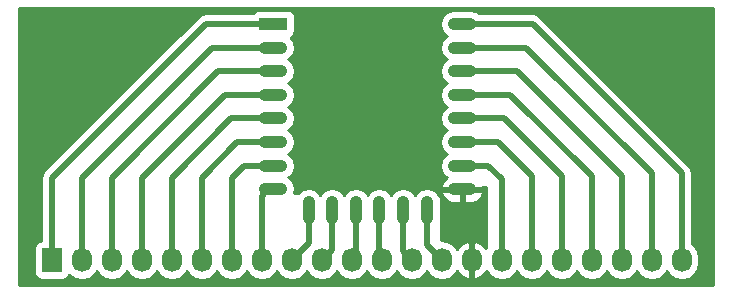
<source format=gbr>
G04 #@! TF.FileFunction,Copper,L1,Top,Signal*
%FSLAX46Y46*%
G04 Gerber Fmt 4.6, Leading zero omitted, Abs format (unit mm)*
G04 Created by KiCad (PCBNEW 4.0.2-stable) date 8/15/2016 10:30:07 AM*
%MOMM*%
G01*
G04 APERTURE LIST*
%ADD10C,0.100000*%
%ADD11O,1.100000X2.400000*%
%ADD12R,2.400000X1.100000*%
%ADD13O,2.400000X1.100000*%
%ADD14R,1.727200X2.032000*%
%ADD15O,1.727200X2.032000*%
%ADD16C,0.500000*%
%ADD17C,0.250000*%
%ADD18C,0.254000*%
G04 APERTURE END LIST*
D10*
D11*
X152990000Y-110750000D03*
X154990000Y-110750000D03*
X156990000Y-110750000D03*
X158990000Y-110750000D03*
X160990000Y-110750000D03*
X162990000Y-110750000D03*
D12*
X150000000Y-95000000D03*
D13*
X150000000Y-97000000D03*
X150000000Y-99000000D03*
X150000000Y-101000000D03*
X150000000Y-103000000D03*
X150000000Y-105000000D03*
X150000000Y-107000000D03*
X150000000Y-109000000D03*
X166000000Y-109000000D03*
X166000000Y-107000000D03*
X166000000Y-105000000D03*
X166000000Y-103000000D03*
X166000000Y-101000000D03*
X166000000Y-99000000D03*
X166000000Y-97000000D03*
X166000000Y-95000000D03*
D14*
X131250000Y-115000000D03*
D15*
X133790000Y-115000000D03*
X136330000Y-115000000D03*
X138870000Y-115000000D03*
X141410000Y-115000000D03*
X143950000Y-115000000D03*
X146490000Y-115000000D03*
X149030000Y-115000000D03*
X151570000Y-115000000D03*
X154110000Y-115000000D03*
X156650000Y-115000000D03*
X159190000Y-115000000D03*
X161730000Y-115000000D03*
X164270000Y-115000000D03*
X166810000Y-115000000D03*
X169350000Y-115000000D03*
X171890000Y-115000000D03*
X174430000Y-115000000D03*
X176970000Y-115000000D03*
X179510000Y-115000000D03*
X182050000Y-115000000D03*
X184590000Y-115000000D03*
D16*
X131250000Y-115000000D02*
X131250000Y-112336000D01*
X150000000Y-95000000D02*
X144268000Y-95000000D01*
X131250000Y-108018000D02*
X131250000Y-112336000D01*
X144268000Y-95000000D02*
X131250000Y-108018000D01*
X133790000Y-115000000D02*
X133790000Y-111574000D01*
X150000000Y-97000000D02*
X144808000Y-97000000D01*
X133790000Y-108018000D02*
X133790000Y-111574000D01*
X144808000Y-97000000D02*
X133790000Y-108018000D01*
X136330000Y-115000000D02*
X136330000Y-112844000D01*
X150000000Y-99000000D02*
X145348000Y-99000000D01*
X136330000Y-108018000D02*
X136330000Y-112844000D01*
X145348000Y-99000000D02*
X136330000Y-108018000D01*
X138870000Y-115000000D02*
X138870000Y-112844000D01*
X150000000Y-101000000D02*
X145888000Y-101000000D01*
X138870000Y-108018000D02*
X138870000Y-112844000D01*
X145888000Y-101000000D02*
X138870000Y-108018000D01*
X141410000Y-115000000D02*
X141410000Y-112844000D01*
X150000000Y-103000000D02*
X146428000Y-103000000D01*
X141410000Y-108018000D02*
X141410000Y-112844000D01*
X146428000Y-103000000D02*
X141410000Y-108018000D01*
X143950000Y-115000000D02*
X143950000Y-112336000D01*
X150000000Y-105000000D02*
X146968000Y-105000000D01*
X143950000Y-108018000D02*
X143950000Y-112336000D01*
X146968000Y-105000000D02*
X143950000Y-108018000D01*
X146490000Y-115000000D02*
X146490000Y-112336000D01*
X147508000Y-107000000D02*
X146490000Y-108018000D01*
X146490000Y-108018000D02*
X146490000Y-112336000D01*
X150000000Y-107000000D02*
X147508000Y-107000000D01*
X152990000Y-110750000D02*
X152990000Y-113580000D01*
X152990000Y-113580000D02*
X151570000Y-115000000D01*
X154990000Y-110750000D02*
X154990000Y-114120000D01*
X154990000Y-114120000D02*
X154110000Y-115000000D01*
X156990000Y-110750000D02*
X156990000Y-114660000D01*
X156990000Y-114660000D02*
X156650000Y-115000000D01*
X158990000Y-110750000D02*
X158990000Y-114800000D01*
X158990000Y-114800000D02*
X159190000Y-115000000D01*
X160990000Y-110750000D02*
X160990000Y-114260000D01*
X160990000Y-114260000D02*
X161730000Y-115000000D01*
X162990000Y-110750000D02*
X162990000Y-113720000D01*
X162990000Y-113720000D02*
X164270000Y-115000000D01*
X169350000Y-115000000D02*
X169350000Y-111574000D01*
X166000000Y-107000000D02*
X168214000Y-107000000D01*
X169350000Y-108136000D02*
X169350000Y-111574000D01*
X168214000Y-107000000D02*
X169350000Y-108136000D01*
X171890000Y-115000000D02*
X171890000Y-111320000D01*
X166000000Y-105000000D02*
X169008000Y-105000000D01*
X169008000Y-105000000D02*
X171890000Y-107882000D01*
X171890000Y-107882000D02*
X171890000Y-111320000D01*
X174430000Y-115000000D02*
X174430000Y-111828000D01*
X166000000Y-103000000D02*
X169548000Y-103000000D01*
X174430000Y-107882000D02*
X174430000Y-111828000D01*
X169548000Y-103000000D02*
X174430000Y-107882000D01*
X176970000Y-115000000D02*
X176970000Y-111828000D01*
X166000000Y-101000000D02*
X170088000Y-101000000D01*
X176970000Y-107882000D02*
X176970000Y-111828000D01*
X170088000Y-101000000D02*
X176970000Y-107882000D01*
X179510000Y-115000000D02*
X179510000Y-112336000D01*
X166000000Y-99000000D02*
X170628000Y-99000000D01*
X179510000Y-107882000D02*
X179510000Y-112336000D01*
X170628000Y-99000000D02*
X179510000Y-107882000D01*
X150000000Y-109000000D02*
X149572000Y-109000000D01*
X149572000Y-109000000D02*
X149030000Y-109542000D01*
X149030000Y-109542000D02*
X149030000Y-115000000D01*
X150000000Y-109000000D02*
X149826000Y-109000000D01*
X150000000Y-109000000D02*
X149318000Y-109000000D01*
D17*
X166000000Y-109000000D02*
X164880000Y-109000000D01*
D16*
X182050000Y-115000000D02*
X182050000Y-112082000D01*
D17*
X165972000Y-97028000D02*
X166000000Y-97000000D01*
X166000000Y-97000000D02*
X165326000Y-97000000D01*
D16*
X166000000Y-97000000D02*
X170434000Y-97000000D01*
X170434000Y-97000000D02*
X171422000Y-97000000D01*
X182050000Y-107628000D02*
X182050000Y-112082000D01*
X171422000Y-97000000D02*
X182050000Y-107628000D01*
X166000000Y-95000000D02*
X171962000Y-95000000D01*
X171962000Y-95000000D02*
X184590000Y-107628000D01*
X184590000Y-107628000D02*
X184590000Y-112082000D01*
X184590000Y-112082000D02*
X184590000Y-115000000D01*
D18*
G36*
X187250000Y-117146000D02*
X128472000Y-117146000D01*
X128472000Y-113984000D01*
X129738960Y-113984000D01*
X129738960Y-116016000D01*
X129783238Y-116251317D01*
X129922310Y-116467441D01*
X130134510Y-116612431D01*
X130386400Y-116663440D01*
X132113600Y-116663440D01*
X132348917Y-116619162D01*
X132565041Y-116480090D01*
X132710031Y-116267890D01*
X132718400Y-116226561D01*
X132730330Y-116244415D01*
X133216511Y-116569271D01*
X133790000Y-116683345D01*
X134363489Y-116569271D01*
X134849670Y-116244415D01*
X135060000Y-115929634D01*
X135270330Y-116244415D01*
X135756511Y-116569271D01*
X136330000Y-116683345D01*
X136903489Y-116569271D01*
X137389670Y-116244415D01*
X137600000Y-115929634D01*
X137810330Y-116244415D01*
X138296511Y-116569271D01*
X138870000Y-116683345D01*
X139443489Y-116569271D01*
X139929670Y-116244415D01*
X140140000Y-115929634D01*
X140350330Y-116244415D01*
X140836511Y-116569271D01*
X141410000Y-116683345D01*
X141983489Y-116569271D01*
X142469670Y-116244415D01*
X142680000Y-115929634D01*
X142890330Y-116244415D01*
X143376511Y-116569271D01*
X143950000Y-116683345D01*
X144523489Y-116569271D01*
X145009670Y-116244415D01*
X145220000Y-115929634D01*
X145430330Y-116244415D01*
X145916511Y-116569271D01*
X146490000Y-116683345D01*
X147063489Y-116569271D01*
X147549670Y-116244415D01*
X147760000Y-115929634D01*
X147970330Y-116244415D01*
X148456511Y-116569271D01*
X149030000Y-116683345D01*
X149603489Y-116569271D01*
X150089670Y-116244415D01*
X150300000Y-115929634D01*
X150510330Y-116244415D01*
X150996511Y-116569271D01*
X151570000Y-116683345D01*
X152143489Y-116569271D01*
X152629670Y-116244415D01*
X152840000Y-115929634D01*
X153050330Y-116244415D01*
X153536511Y-116569271D01*
X154110000Y-116683345D01*
X154683489Y-116569271D01*
X155169670Y-116244415D01*
X155380000Y-115929634D01*
X155590330Y-116244415D01*
X156076511Y-116569271D01*
X156650000Y-116683345D01*
X157223489Y-116569271D01*
X157709670Y-116244415D01*
X157920000Y-115929634D01*
X158130330Y-116244415D01*
X158616511Y-116569271D01*
X159190000Y-116683345D01*
X159763489Y-116569271D01*
X160249670Y-116244415D01*
X160460000Y-115929634D01*
X160670330Y-116244415D01*
X161156511Y-116569271D01*
X161730000Y-116683345D01*
X162303489Y-116569271D01*
X162789670Y-116244415D01*
X163000000Y-115929634D01*
X163210330Y-116244415D01*
X163696511Y-116569271D01*
X164270000Y-116683345D01*
X164843489Y-116569271D01*
X165329670Y-116244415D01*
X165536461Y-115934931D01*
X165907964Y-116350732D01*
X166435209Y-116604709D01*
X166450974Y-116607358D01*
X166683000Y-116486217D01*
X166683000Y-115127000D01*
X166663000Y-115127000D01*
X166663000Y-114873000D01*
X166683000Y-114873000D01*
X166683000Y-113513783D01*
X166450974Y-113392642D01*
X166435209Y-113395291D01*
X165907964Y-113649268D01*
X165536461Y-114065069D01*
X165329670Y-113755585D01*
X164843489Y-113430729D01*
X164270000Y-113316655D01*
X164211000Y-113328391D01*
X164211000Y-109728000D01*
X164201666Y-109680211D01*
X164173803Y-109638197D01*
X163961201Y-109425595D01*
X163883793Y-109309744D01*
X164206197Y-109309744D01*
X164206602Y-109336146D01*
X164422276Y-109748118D01*
X164779187Y-110046196D01*
X165223000Y-110185000D01*
X165873000Y-110185000D01*
X165873000Y-109127000D01*
X166127000Y-109127000D01*
X166127000Y-110185000D01*
X166777000Y-110185000D01*
X167220813Y-110046196D01*
X167577724Y-109748118D01*
X167793398Y-109336146D01*
X167793803Y-109309744D01*
X167668361Y-109127000D01*
X166127000Y-109127000D01*
X165873000Y-109127000D01*
X164331639Y-109127000D01*
X164206197Y-109309744D01*
X163883793Y-109309744D01*
X163827922Y-109226128D01*
X163443480Y-108969253D01*
X162990000Y-108879050D01*
X162536520Y-108969253D01*
X162152078Y-109226128D01*
X161990000Y-109468696D01*
X161827922Y-109226128D01*
X161443480Y-108969253D01*
X160990000Y-108879050D01*
X160536520Y-108969253D01*
X160152078Y-109226128D01*
X159990000Y-109468696D01*
X159827922Y-109226128D01*
X159443480Y-108969253D01*
X158990000Y-108879050D01*
X158536520Y-108969253D01*
X158152078Y-109226128D01*
X157990000Y-109468696D01*
X157827922Y-109226128D01*
X157443480Y-108969253D01*
X156990000Y-108879050D01*
X156536520Y-108969253D01*
X156152078Y-109226128D01*
X155990000Y-109468696D01*
X155827922Y-109226128D01*
X155443480Y-108969253D01*
X154990000Y-108879050D01*
X154536520Y-108969253D01*
X154152078Y-109226128D01*
X153990000Y-109468696D01*
X153827922Y-109226128D01*
X153443480Y-108969253D01*
X152990000Y-108879050D01*
X152536520Y-108969253D01*
X152152078Y-109226128D01*
X152071314Y-109347000D01*
X151801927Y-109347000D01*
X151870950Y-109000000D01*
X151780747Y-108546520D01*
X151523872Y-108162078D01*
X151281304Y-108000000D01*
X151523872Y-107837922D01*
X151780747Y-107453480D01*
X151870950Y-107000000D01*
X151780747Y-106546520D01*
X151523872Y-106162078D01*
X151281304Y-106000000D01*
X151523872Y-105837922D01*
X151780747Y-105453480D01*
X151870950Y-105000000D01*
X151780747Y-104546520D01*
X151523872Y-104162078D01*
X151281304Y-104000000D01*
X151523872Y-103837922D01*
X151780747Y-103453480D01*
X151870950Y-103000000D01*
X151780747Y-102546520D01*
X151523872Y-102162078D01*
X151281304Y-102000000D01*
X151523872Y-101837922D01*
X151780747Y-101453480D01*
X151870950Y-101000000D01*
X151780747Y-100546520D01*
X151523872Y-100162078D01*
X151281304Y-100000000D01*
X151523872Y-99837922D01*
X151780747Y-99453480D01*
X151870950Y-99000000D01*
X151780747Y-98546520D01*
X151523872Y-98162078D01*
X151281304Y-98000000D01*
X151523872Y-97837922D01*
X151780747Y-97453480D01*
X151870950Y-97000000D01*
X151780747Y-96546520D01*
X151523872Y-96162078D01*
X151473631Y-96128508D01*
X151651441Y-96014090D01*
X151796431Y-95801890D01*
X151847440Y-95550000D01*
X151847440Y-95000000D01*
X164129050Y-95000000D01*
X164219253Y-95453480D01*
X164476128Y-95837922D01*
X164718696Y-96000000D01*
X164476128Y-96162078D01*
X164219253Y-96546520D01*
X164129050Y-97000000D01*
X164219253Y-97453480D01*
X164476128Y-97837922D01*
X164718696Y-98000000D01*
X164476128Y-98162078D01*
X164219253Y-98546520D01*
X164129050Y-99000000D01*
X164219253Y-99453480D01*
X164476128Y-99837922D01*
X164718696Y-100000000D01*
X164476128Y-100162078D01*
X164219253Y-100546520D01*
X164129050Y-101000000D01*
X164219253Y-101453480D01*
X164476128Y-101837922D01*
X164718696Y-102000000D01*
X164476128Y-102162078D01*
X164219253Y-102546520D01*
X164129050Y-103000000D01*
X164219253Y-103453480D01*
X164476128Y-103837922D01*
X164718696Y-104000000D01*
X164476128Y-104162078D01*
X164219253Y-104546520D01*
X164129050Y-105000000D01*
X164219253Y-105453480D01*
X164476128Y-105837922D01*
X164718696Y-106000000D01*
X164476128Y-106162078D01*
X164219253Y-106546520D01*
X164129050Y-107000000D01*
X164219253Y-107453480D01*
X164476128Y-107837922D01*
X164721572Y-108001922D01*
X164422276Y-108251882D01*
X164206602Y-108663854D01*
X164206197Y-108690256D01*
X164331639Y-108873000D01*
X165873000Y-108873000D01*
X165873000Y-108853000D01*
X166127000Y-108853000D01*
X166127000Y-108873000D01*
X167668361Y-108873000D01*
X167691700Y-108839000D01*
X168021000Y-108839000D01*
X168021000Y-113995073D01*
X167712036Y-113649268D01*
X167184791Y-113395291D01*
X167169026Y-113392642D01*
X166937000Y-113513783D01*
X166937000Y-114873000D01*
X166957000Y-114873000D01*
X166957000Y-115127000D01*
X166937000Y-115127000D01*
X166937000Y-116486217D01*
X167169026Y-116607358D01*
X167184791Y-116604709D01*
X167712036Y-116350732D01*
X168083539Y-115934931D01*
X168290330Y-116244415D01*
X168776511Y-116569271D01*
X169350000Y-116683345D01*
X169923489Y-116569271D01*
X170409670Y-116244415D01*
X170620000Y-115929634D01*
X170830330Y-116244415D01*
X171316511Y-116569271D01*
X171890000Y-116683345D01*
X172463489Y-116569271D01*
X172949670Y-116244415D01*
X173160000Y-115929634D01*
X173370330Y-116244415D01*
X173856511Y-116569271D01*
X174430000Y-116683345D01*
X175003489Y-116569271D01*
X175489670Y-116244415D01*
X175700000Y-115929634D01*
X175910330Y-116244415D01*
X176396511Y-116569271D01*
X176970000Y-116683345D01*
X177543489Y-116569271D01*
X178029670Y-116244415D01*
X178240000Y-115929634D01*
X178450330Y-116244415D01*
X178936511Y-116569271D01*
X179510000Y-116683345D01*
X180083489Y-116569271D01*
X180569670Y-116244415D01*
X180780000Y-115929634D01*
X180990330Y-116244415D01*
X181476511Y-116569271D01*
X182050000Y-116683345D01*
X182623489Y-116569271D01*
X183109670Y-116244415D01*
X183320000Y-115929634D01*
X183530330Y-116244415D01*
X184016511Y-116569271D01*
X184590000Y-116683345D01*
X185163489Y-116569271D01*
X185649670Y-116244415D01*
X185974526Y-115758234D01*
X186088600Y-115184745D01*
X186088600Y-114815255D01*
X185974526Y-114241766D01*
X185649670Y-113755585D01*
X185475000Y-113638874D01*
X185475000Y-107628005D01*
X185475001Y-107628000D01*
X185407633Y-107289326D01*
X185407633Y-107289325D01*
X185215790Y-107002210D01*
X185215787Y-107002208D01*
X172587790Y-94374210D01*
X172300675Y-94182367D01*
X172244484Y-94171190D01*
X171962000Y-94114999D01*
X171961995Y-94115000D01*
X167453415Y-94115000D01*
X167139430Y-93905203D01*
X166685950Y-93815000D01*
X165314050Y-93815000D01*
X164860570Y-93905203D01*
X164476128Y-94162078D01*
X164219253Y-94546520D01*
X164129050Y-95000000D01*
X151847440Y-95000000D01*
X151847440Y-94450000D01*
X151803162Y-94214683D01*
X151664090Y-93998559D01*
X151451890Y-93853569D01*
X151200000Y-93802560D01*
X148800000Y-93802560D01*
X148564683Y-93846838D01*
X148348559Y-93985910D01*
X148260356Y-94115000D01*
X144268005Y-94115000D01*
X144268000Y-94114999D01*
X143929325Y-94182367D01*
X143642210Y-94374210D01*
X143642208Y-94374213D01*
X130624210Y-107392210D01*
X130432367Y-107679325D01*
X130432367Y-107679326D01*
X130364999Y-108018000D01*
X130365000Y-108018005D01*
X130365000Y-113340587D01*
X130151083Y-113380838D01*
X129934959Y-113519910D01*
X129789969Y-113732110D01*
X129738960Y-113984000D01*
X128472000Y-113984000D01*
X128472000Y-93674000D01*
X187250000Y-93674000D01*
X187250000Y-117146000D01*
X187250000Y-117146000D01*
G37*
X187250000Y-117146000D02*
X128472000Y-117146000D01*
X128472000Y-113984000D01*
X129738960Y-113984000D01*
X129738960Y-116016000D01*
X129783238Y-116251317D01*
X129922310Y-116467441D01*
X130134510Y-116612431D01*
X130386400Y-116663440D01*
X132113600Y-116663440D01*
X132348917Y-116619162D01*
X132565041Y-116480090D01*
X132710031Y-116267890D01*
X132718400Y-116226561D01*
X132730330Y-116244415D01*
X133216511Y-116569271D01*
X133790000Y-116683345D01*
X134363489Y-116569271D01*
X134849670Y-116244415D01*
X135060000Y-115929634D01*
X135270330Y-116244415D01*
X135756511Y-116569271D01*
X136330000Y-116683345D01*
X136903489Y-116569271D01*
X137389670Y-116244415D01*
X137600000Y-115929634D01*
X137810330Y-116244415D01*
X138296511Y-116569271D01*
X138870000Y-116683345D01*
X139443489Y-116569271D01*
X139929670Y-116244415D01*
X140140000Y-115929634D01*
X140350330Y-116244415D01*
X140836511Y-116569271D01*
X141410000Y-116683345D01*
X141983489Y-116569271D01*
X142469670Y-116244415D01*
X142680000Y-115929634D01*
X142890330Y-116244415D01*
X143376511Y-116569271D01*
X143950000Y-116683345D01*
X144523489Y-116569271D01*
X145009670Y-116244415D01*
X145220000Y-115929634D01*
X145430330Y-116244415D01*
X145916511Y-116569271D01*
X146490000Y-116683345D01*
X147063489Y-116569271D01*
X147549670Y-116244415D01*
X147760000Y-115929634D01*
X147970330Y-116244415D01*
X148456511Y-116569271D01*
X149030000Y-116683345D01*
X149603489Y-116569271D01*
X150089670Y-116244415D01*
X150300000Y-115929634D01*
X150510330Y-116244415D01*
X150996511Y-116569271D01*
X151570000Y-116683345D01*
X152143489Y-116569271D01*
X152629670Y-116244415D01*
X152840000Y-115929634D01*
X153050330Y-116244415D01*
X153536511Y-116569271D01*
X154110000Y-116683345D01*
X154683489Y-116569271D01*
X155169670Y-116244415D01*
X155380000Y-115929634D01*
X155590330Y-116244415D01*
X156076511Y-116569271D01*
X156650000Y-116683345D01*
X157223489Y-116569271D01*
X157709670Y-116244415D01*
X157920000Y-115929634D01*
X158130330Y-116244415D01*
X158616511Y-116569271D01*
X159190000Y-116683345D01*
X159763489Y-116569271D01*
X160249670Y-116244415D01*
X160460000Y-115929634D01*
X160670330Y-116244415D01*
X161156511Y-116569271D01*
X161730000Y-116683345D01*
X162303489Y-116569271D01*
X162789670Y-116244415D01*
X163000000Y-115929634D01*
X163210330Y-116244415D01*
X163696511Y-116569271D01*
X164270000Y-116683345D01*
X164843489Y-116569271D01*
X165329670Y-116244415D01*
X165536461Y-115934931D01*
X165907964Y-116350732D01*
X166435209Y-116604709D01*
X166450974Y-116607358D01*
X166683000Y-116486217D01*
X166683000Y-115127000D01*
X166663000Y-115127000D01*
X166663000Y-114873000D01*
X166683000Y-114873000D01*
X166683000Y-113513783D01*
X166450974Y-113392642D01*
X166435209Y-113395291D01*
X165907964Y-113649268D01*
X165536461Y-114065069D01*
X165329670Y-113755585D01*
X164843489Y-113430729D01*
X164270000Y-113316655D01*
X164211000Y-113328391D01*
X164211000Y-109728000D01*
X164201666Y-109680211D01*
X164173803Y-109638197D01*
X163961201Y-109425595D01*
X163883793Y-109309744D01*
X164206197Y-109309744D01*
X164206602Y-109336146D01*
X164422276Y-109748118D01*
X164779187Y-110046196D01*
X165223000Y-110185000D01*
X165873000Y-110185000D01*
X165873000Y-109127000D01*
X166127000Y-109127000D01*
X166127000Y-110185000D01*
X166777000Y-110185000D01*
X167220813Y-110046196D01*
X167577724Y-109748118D01*
X167793398Y-109336146D01*
X167793803Y-109309744D01*
X167668361Y-109127000D01*
X166127000Y-109127000D01*
X165873000Y-109127000D01*
X164331639Y-109127000D01*
X164206197Y-109309744D01*
X163883793Y-109309744D01*
X163827922Y-109226128D01*
X163443480Y-108969253D01*
X162990000Y-108879050D01*
X162536520Y-108969253D01*
X162152078Y-109226128D01*
X161990000Y-109468696D01*
X161827922Y-109226128D01*
X161443480Y-108969253D01*
X160990000Y-108879050D01*
X160536520Y-108969253D01*
X160152078Y-109226128D01*
X159990000Y-109468696D01*
X159827922Y-109226128D01*
X159443480Y-108969253D01*
X158990000Y-108879050D01*
X158536520Y-108969253D01*
X158152078Y-109226128D01*
X157990000Y-109468696D01*
X157827922Y-109226128D01*
X157443480Y-108969253D01*
X156990000Y-108879050D01*
X156536520Y-108969253D01*
X156152078Y-109226128D01*
X155990000Y-109468696D01*
X155827922Y-109226128D01*
X155443480Y-108969253D01*
X154990000Y-108879050D01*
X154536520Y-108969253D01*
X154152078Y-109226128D01*
X153990000Y-109468696D01*
X153827922Y-109226128D01*
X153443480Y-108969253D01*
X152990000Y-108879050D01*
X152536520Y-108969253D01*
X152152078Y-109226128D01*
X152071314Y-109347000D01*
X151801927Y-109347000D01*
X151870950Y-109000000D01*
X151780747Y-108546520D01*
X151523872Y-108162078D01*
X151281304Y-108000000D01*
X151523872Y-107837922D01*
X151780747Y-107453480D01*
X151870950Y-107000000D01*
X151780747Y-106546520D01*
X151523872Y-106162078D01*
X151281304Y-106000000D01*
X151523872Y-105837922D01*
X151780747Y-105453480D01*
X151870950Y-105000000D01*
X151780747Y-104546520D01*
X151523872Y-104162078D01*
X151281304Y-104000000D01*
X151523872Y-103837922D01*
X151780747Y-103453480D01*
X151870950Y-103000000D01*
X151780747Y-102546520D01*
X151523872Y-102162078D01*
X151281304Y-102000000D01*
X151523872Y-101837922D01*
X151780747Y-101453480D01*
X151870950Y-101000000D01*
X151780747Y-100546520D01*
X151523872Y-100162078D01*
X151281304Y-100000000D01*
X151523872Y-99837922D01*
X151780747Y-99453480D01*
X151870950Y-99000000D01*
X151780747Y-98546520D01*
X151523872Y-98162078D01*
X151281304Y-98000000D01*
X151523872Y-97837922D01*
X151780747Y-97453480D01*
X151870950Y-97000000D01*
X151780747Y-96546520D01*
X151523872Y-96162078D01*
X151473631Y-96128508D01*
X151651441Y-96014090D01*
X151796431Y-95801890D01*
X151847440Y-95550000D01*
X151847440Y-95000000D01*
X164129050Y-95000000D01*
X164219253Y-95453480D01*
X164476128Y-95837922D01*
X164718696Y-96000000D01*
X164476128Y-96162078D01*
X164219253Y-96546520D01*
X164129050Y-97000000D01*
X164219253Y-97453480D01*
X164476128Y-97837922D01*
X164718696Y-98000000D01*
X164476128Y-98162078D01*
X164219253Y-98546520D01*
X164129050Y-99000000D01*
X164219253Y-99453480D01*
X164476128Y-99837922D01*
X164718696Y-100000000D01*
X164476128Y-100162078D01*
X164219253Y-100546520D01*
X164129050Y-101000000D01*
X164219253Y-101453480D01*
X164476128Y-101837922D01*
X164718696Y-102000000D01*
X164476128Y-102162078D01*
X164219253Y-102546520D01*
X164129050Y-103000000D01*
X164219253Y-103453480D01*
X164476128Y-103837922D01*
X164718696Y-104000000D01*
X164476128Y-104162078D01*
X164219253Y-104546520D01*
X164129050Y-105000000D01*
X164219253Y-105453480D01*
X164476128Y-105837922D01*
X164718696Y-106000000D01*
X164476128Y-106162078D01*
X164219253Y-106546520D01*
X164129050Y-107000000D01*
X164219253Y-107453480D01*
X164476128Y-107837922D01*
X164721572Y-108001922D01*
X164422276Y-108251882D01*
X164206602Y-108663854D01*
X164206197Y-108690256D01*
X164331639Y-108873000D01*
X165873000Y-108873000D01*
X165873000Y-108853000D01*
X166127000Y-108853000D01*
X166127000Y-108873000D01*
X167668361Y-108873000D01*
X167691700Y-108839000D01*
X168021000Y-108839000D01*
X168021000Y-113995073D01*
X167712036Y-113649268D01*
X167184791Y-113395291D01*
X167169026Y-113392642D01*
X166937000Y-113513783D01*
X166937000Y-114873000D01*
X166957000Y-114873000D01*
X166957000Y-115127000D01*
X166937000Y-115127000D01*
X166937000Y-116486217D01*
X167169026Y-116607358D01*
X167184791Y-116604709D01*
X167712036Y-116350732D01*
X168083539Y-115934931D01*
X168290330Y-116244415D01*
X168776511Y-116569271D01*
X169350000Y-116683345D01*
X169923489Y-116569271D01*
X170409670Y-116244415D01*
X170620000Y-115929634D01*
X170830330Y-116244415D01*
X171316511Y-116569271D01*
X171890000Y-116683345D01*
X172463489Y-116569271D01*
X172949670Y-116244415D01*
X173160000Y-115929634D01*
X173370330Y-116244415D01*
X173856511Y-116569271D01*
X174430000Y-116683345D01*
X175003489Y-116569271D01*
X175489670Y-116244415D01*
X175700000Y-115929634D01*
X175910330Y-116244415D01*
X176396511Y-116569271D01*
X176970000Y-116683345D01*
X177543489Y-116569271D01*
X178029670Y-116244415D01*
X178240000Y-115929634D01*
X178450330Y-116244415D01*
X178936511Y-116569271D01*
X179510000Y-116683345D01*
X180083489Y-116569271D01*
X180569670Y-116244415D01*
X180780000Y-115929634D01*
X180990330Y-116244415D01*
X181476511Y-116569271D01*
X182050000Y-116683345D01*
X182623489Y-116569271D01*
X183109670Y-116244415D01*
X183320000Y-115929634D01*
X183530330Y-116244415D01*
X184016511Y-116569271D01*
X184590000Y-116683345D01*
X185163489Y-116569271D01*
X185649670Y-116244415D01*
X185974526Y-115758234D01*
X186088600Y-115184745D01*
X186088600Y-114815255D01*
X185974526Y-114241766D01*
X185649670Y-113755585D01*
X185475000Y-113638874D01*
X185475000Y-107628005D01*
X185475001Y-107628000D01*
X185407633Y-107289326D01*
X185407633Y-107289325D01*
X185215790Y-107002210D01*
X185215787Y-107002208D01*
X172587790Y-94374210D01*
X172300675Y-94182367D01*
X172244484Y-94171190D01*
X171962000Y-94114999D01*
X171961995Y-94115000D01*
X167453415Y-94115000D01*
X167139430Y-93905203D01*
X166685950Y-93815000D01*
X165314050Y-93815000D01*
X164860570Y-93905203D01*
X164476128Y-94162078D01*
X164219253Y-94546520D01*
X164129050Y-95000000D01*
X151847440Y-95000000D01*
X151847440Y-94450000D01*
X151803162Y-94214683D01*
X151664090Y-93998559D01*
X151451890Y-93853569D01*
X151200000Y-93802560D01*
X148800000Y-93802560D01*
X148564683Y-93846838D01*
X148348559Y-93985910D01*
X148260356Y-94115000D01*
X144268005Y-94115000D01*
X144268000Y-94114999D01*
X143929325Y-94182367D01*
X143642210Y-94374210D01*
X143642208Y-94374213D01*
X130624210Y-107392210D01*
X130432367Y-107679325D01*
X130432367Y-107679326D01*
X130364999Y-108018000D01*
X130365000Y-108018005D01*
X130365000Y-113340587D01*
X130151083Y-113380838D01*
X129934959Y-113519910D01*
X129789969Y-113732110D01*
X129738960Y-113984000D01*
X128472000Y-113984000D01*
X128472000Y-93674000D01*
X187250000Y-93674000D01*
X187250000Y-117146000D01*
M02*

</source>
